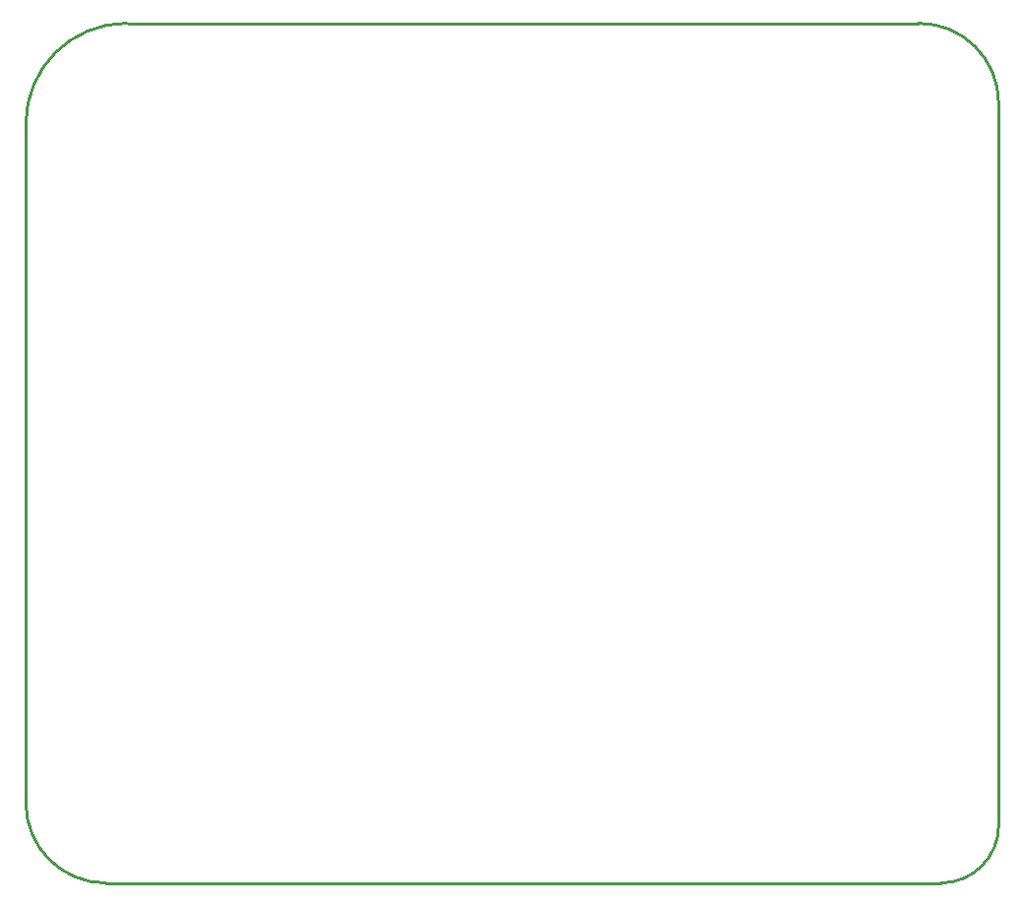
<source format=gko>
G04*
G04 #@! TF.GenerationSoftware,Altium Limited,Altium Designer,20.2.6 (244)*
G04*
G04 Layer_Color=16711935*
%FSLAX24Y24*%
%MOIN*%
G70*
G04*
G04 #@! TF.SameCoordinates,497DB355-11F3-479B-B1E2-BDA1D3AC948B*
G04*
G04*
G04 #@! TF.FilePolarity,Positive*
G04*
G01*
G75*
%ADD11C,0.0100*%
D11*
X15750Y18650D02*
G03*
X18450Y15950I2700J0D01*
G01*
X46700D02*
G03*
X48650Y17900I0J1950D01*
G01*
Y42350D02*
G03*
X45950Y45050I-2700J0D01*
G01*
X19150D02*
G03*
X15750Y41650I0J-3400D01*
G01*
Y18650D02*
Y41650D01*
X18450Y15950D02*
X46700D01*
X48650Y17900D02*
Y42350D01*
X19200Y45050D02*
X45950D01*
M02*

</source>
